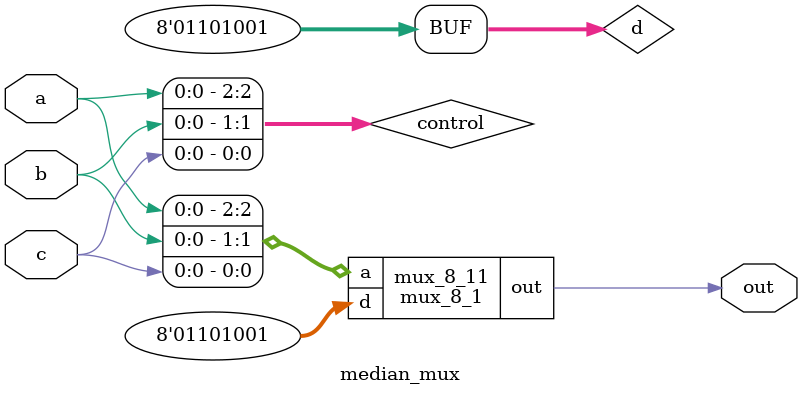
<source format=v>
module mux_8_1(a, d, out);
  input [2:0] a;
  input [0:7] d;
  output out;
  reg out;
  always @ (a or d) begin
    case (a)
      3'b000: out <= d[0];
      3'b001: out <= d[1];
      3'b010: out <= d[2];
      3'b011: out <= d[3];
      3'b100: out <= d[4];
      3'b101: out <= d[5];
      3'b110: out <= d[6];
      3'b111: out <= d[7];
    endcase
  end
endmodule
 
module median_mux(a, b, c, out);
    input a, b, c;
    wire [2:0] control;
    assign control[0] = c;
    assign control[1] = b;
    assign control[2] = a;
    
    wire [7:0] d;
    assign d[7] = 0;
    assign d[6] = 1;
    assign d[5] = 1;
    assign d[4] = 0;
    assign d[3] = 1;
    assign d[2] = 0;
    assign d[1] = 0;
    assign d[0] = 1;
    
    mux_8_1 mux_8_11(control, d, out);
    output out;
    //TODO: implementation
endmodule

// module test ();
//     supply0 gnd;
//     supply1 pwr;
//     wire out;
//     median_mux median_mux1(pwr, pwr, pwr, out);

//     initial begin
//         #2 $display(out);
//     end
// endmodule
</source>
